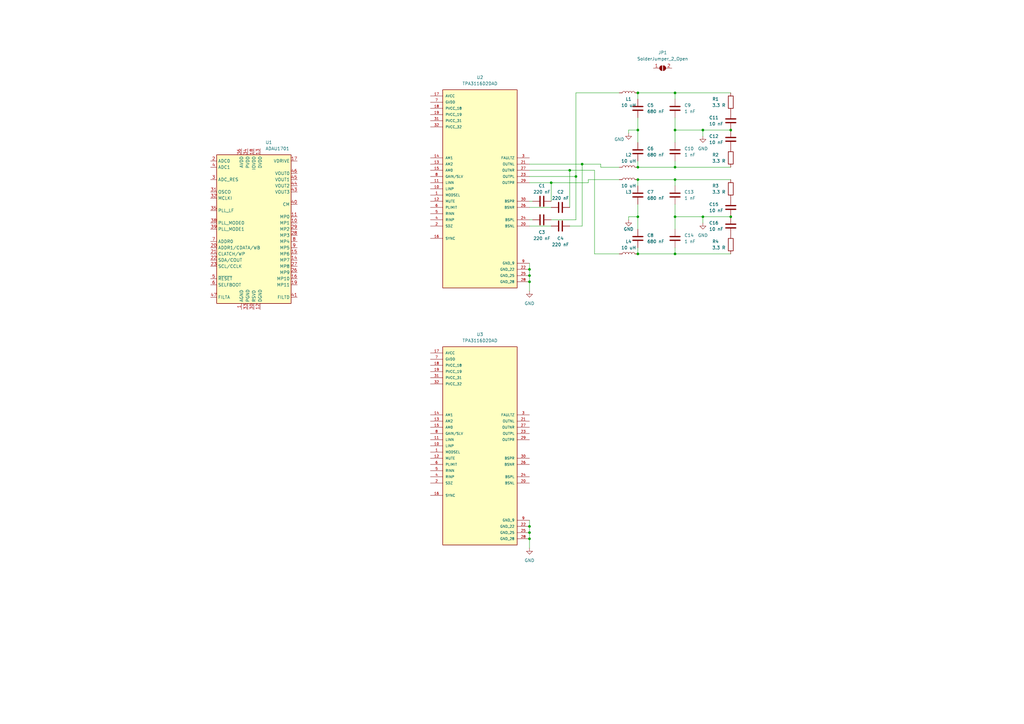
<source format=kicad_sch>
(kicad_sch (version 20230121) (generator eeschema)
  (paper "A3")
  (title_block (date "2024-03-26"))
  (lib_symbols
    (symbol "DSP_AnalogDevices:ADAU1701"
      (property "Reference" "U" (at -12.7 31.75 0))
      (property "Value" "ADAU1701" (at 3.81 31.75 0))
      (symbol "ADAU1701_0_1"
        (rectangle (start -15.24 30.48) (end 15.24 -30.48) (stroke (width 0.254)) (fill (type background)))
      )
      (symbol "ADAU1701_1_1"
        (pin power_in line (at -5.08 -33.02 90) (length 2.54) (name "AGND") (number "1"))
        (pin bidirectional line (at 17.78 2.54 180) (length 2.54) (name "MP1") (number "10"))
        (pin bidirectional line (at 17.78 5.08 180) (length 2.54) (name "MP0") (number "11"))
        (pin power_in line (at 2.54 -33.02 90) (length 2.54) (name "DGND") (number "12"))
        (pin power_in line (at 2.54 33.02 270) (length 2.54) (name "DVDD") (number "13"))
        (pin bidirectional line (at 17.78 -12.7 180) (length 2.54) (name "MP7") (number "14"))
        (pin bidirectional line (at 17.78 -10.16 180) (length 2.54) (name "MP6") (number "15"))
        (pin bidirectional line (at 17.78 -20.32 180) (length 2.54) (name "MP10") (number "16"))
        (pin output line (at 17.78 27.94 180) (length 2.54) (name "VDRIVE") (number "17"))
        (pin power_in line (at 0 33.02 270) (length 2.54) (name "IOVDD") (number "18"))
        (pin bidirectional line (at 17.78 -22.86 180) (length 2.54) (name "MP11") (number "19"))
        (pin input line (at -17.78 27.94 0) (length 2.54) (name "ADC0") (number "2"))
        (pin input line (at -17.78 -7.62 0) (length 2.54) (name "ADDR1/CDATA/WB") (number "20"))
        (pin bidirectional line (at -17.78 -10.16 0) (length 2.54) (name "CLATCH/WP") (number "21"))
        (pin bidirectional line (at -17.78 -12.7 0) (length 2.54) (name "SDA/COUT") (number "22"))
        (pin bidirectional line (at -17.78 -15.24 0) (length 2.54) (name "SCL/CCLK") (number "23"))
        (pin passive line (at 2.54 33.02 270) (length 2.54) hide (name "DVDD") (number "24"))
        (pin passive line (at 2.54 -33.02 90) (length 2.54) hide (name "DGND") (number "25"))
        (pin bidirectional line (at 17.78 -17.78 180) (length 2.54) (name "MP9") (number "26"))
        (pin bidirectional line (at 17.78 -15.24 180) (length 2.54) (name "MP8") (number "27"))
        (pin bidirectional line (at 17.78 -2.54 180) (length 2.54) (name "MP3") (number "28"))
        (pin bidirectional line (at 17.78 0 180) (length 2.54) (name "MP2") (number "29"))
        (pin passive line (at -17.78 20.32 0) (length 2.54) (name "ADC_RES") (number "3"))
        (pin passive line (at 0 -33.02 90) (length 2.54) (name "RSVD") (number "30"))
        (pin passive line (at -17.78 15.24 0) (length 2.54) (name "OSCO") (number "31"))
        (pin passive line (at -17.78 12.7 0) (length 2.54) (name "MCLKI") (number "32"))
        (pin power_in line (at -2.54 -33.02 90) (length 2.54) (name "PGND") (number "33"))
        (pin power_in line (at -2.54 33.02 270) (length 2.54) (name "PVDD") (number "34"))
        (pin passive line (at -17.78 7.62 0) (length 2.54) (name "PLL_LF") (number "35"))
        (pin power_in line (at -5.08 33.02 270) (length 2.54) (name "AVDD") (number "36"))
        (pin passive line (at -5.08 -33.02 90) (length 2.54) hide (name "AGND") (number "37"))
        (pin input line (at -17.78 2.54 0) (length 2.54) (name "PLL_MODE0") (number "38"))
        (pin input line (at -17.78 0 0) (length 2.54) (name "PLL_MODE1") (number "39"))
        (pin input line (at -17.78 25.4 0) (length 2.54) (name "ADC1") (number "4"))
        (pin output line (at 17.78 10.16 180) (length 2.54) (name "CM") (number "40"))
        (pin output line (at 17.78 -27.94 180) (length 2.54) (name "FILTD") (number "41"))
        (pin passive line (at -5.08 -33.02 90) (length 2.54) hide (name "AGND") (number "42"))
        (pin output line (at 17.78 15.24 180) (length 2.54) (name "VOUT3") (number "43"))
        (pin output line (at 17.78 17.78 180) (length 2.54) (name "VOUT2") (number "44"))
        (pin output line (at 17.78 20.32 180) (length 2.54) (name "VOUT1") (number "45"))
        (pin output line (at 17.78 22.86 180) (length 2.54) (name "VOUT0") (number "46"))
        (pin output line (at -17.78 -27.94 0) (length 2.54) (name "FILTA") (number "47"))
        (pin passive line (at -5.08 33.02 270) (length 2.54) hide (name "AVDD") (number "48"))
        (pin input line (at -17.78 -20.32 0) (length 2.54) (name "~{RESET}") (number "5"))
        (pin input line (at -17.78 -22.86 0) (length 2.54) (name "SELFBOOT") (number "6"))
        (pin input line (at -17.78 -5.08 0) (length 2.54) (name "ADDR0") (number "7"))
        (pin bidirectional line (at 17.78 -5.08 180) (length 2.54) (name "MP4") (number "8"))
        (pin bidirectional line (at 17.78 -7.62 180) (length 2.54) (name "MP5") (number "9"))
      )
    )
    (symbol "Device:C" (pin_numbers hide) (pin_names (offset 0.254))
      (property "Reference" "C" (at 0.635 2.54 0))
      (property "Value" "C" (at 0.635 -2.54 0))
      (symbol "C_0_1"
        (polyline (pts (xy -2.032 -0.762) (xy 2.032 -0.762)) (stroke (width 0.508)))
        (polyline (pts (xy -2.032 0.762) (xy 2.032 0.762)) (stroke (width 0.508)))
      )
      (symbol "C_1_1"
        (pin passive line (at 0 3.81 270) (length 2.794) (name "~") (number "1"))
        (pin passive line (at 0 -3.81 90) (length 2.794) (name "~") (number "2"))
      )
    )
    (symbol "Device:L" (pin_numbers hide) (pin_names (offset 1.016) hide)
      (property "Reference" "L" (at -1.27 0 90))
      (property "Value" "L" (at 1.905 0 90))
      (symbol "L_0_1"
        (arc (start 0 -2.54) (mid 0.6323 -1.905) (end 0 -1.27))
        (arc (start 0 -1.27) (mid 0.6323 -0.635) (end 0 0))
        (arc (start 0 0) (mid 0.6323 0.635) (end 0 1.27))
        (arc (start 0 1.27) (mid 0.6323 1.905) (end 0 2.54))
      )
      (symbol "L_1_1"
        (pin passive line (at 0 3.81 270) (length 1.27) (name "1") (number "1"))
        (pin passive line (at 0 -3.81 90) (length 1.27) (name "2") (number "2"))
      )
    )
    (symbol "Device:R" (pin_numbers hide) (pin_names (offset 0))
      (property "Reference" "R" (at 2.032 0 90))
      (property "Value" "R" (at 0 0 90))
      (symbol "R_0_1"
        (rectangle (start -1.016 -2.54) (end 1.016 2.54) (stroke (width 0.254)))
      )
      (symbol "R_1_1"
        (pin passive line (at 0 3.81 270) (length 1.27) (name "~") (number "1"))
        (pin passive line (at 0 -3.81 90) (length 1.27) (name "~") (number "2"))
      )
    )
    (symbol "Jumper:SolderJumper_2_Open" (pin_names (offset 0) hide)
      (property "Reference" "JP" (at 0 2.032 0))
      (property "Value" "SolderJumper_2_Open" (at 0 -2.54 0))
      (symbol "SolderJumper_2_Open_0_1"
        (arc (start -0.254 1.016) (mid -1.2656 0) (end -0.254 -1.016))
        (arc (start -0.254 1.016) (mid -1.2656 0) (end -0.254 -1.016) (fill (type outline)))
        (polyline (pts (xy -0.254 1.016) (xy -0.254 -1.016)))
        (polyline (pts (xy 0.254 1.016) (xy 0.254 -1.016)))
        (arc (start 0.254 -1.016) (mid 1.2656 0) (end 0.254 1.016))
        (arc (start 0.254 -1.016) (mid 1.2656 0) (end 0.254 1.016) (fill (type outline)))
      )
      (symbol "SolderJumper_2_Open_1_1"
        (pin passive line (at -3.81 0 0) (length 2.54) (name "A") (number "1"))
        (pin passive line (at 3.81 0 180) (length 2.54) (name "B") (number "2"))
      )
    )
    (symbol "Manifold:TPA3116D2DAD" (pin_names (offset 1.016))
      (property "Reference" "U" (at -15.24 41.64 0))
      (property "Value" "TPA3116D2DAD" (at -15.24 -44.64 0))
      (symbol "TPA3116D2DAD_0_0"
        (rectangle (start -15.24 -40.64) (end 15.24 40.64) (stroke (width 0.254)) (fill (type background)))
        (pin input line (at -20.32 -2.54 0) (length 5.08) (name "MODSEL") (number "1"))
        (pin input line (at -20.32 0 0) (length 5.08) (name "LINP") (number "10"))
        (pin input line (at -20.32 2.54 0) (length 5.08) (name "LINN") (number "11"))
        (pin input line (at -20.32 -5.08 0) (length 5.08) (name "MUTE") (number "12"))
        (pin input line (at -20.32 10.16 0) (length 5.08) (name "AM2") (number "13"))
        (pin input line (at -20.32 12.7 0) (length 5.08) (name "AM1") (number "14"))
        (pin input line (at -20.32 7.62 0) (length 5.08) (name "AM0") (number "15"))
        (pin bidirectional line (at -20.32 -20.32 0) (length 5.08) (name "SYNC") (number "16"))
        (pin power_in line (at -20.32 38.1 0) (length 5.08) (name "AVCC") (number "17"))
        (pin power_in line (at -20.32 33.02 0) (length 5.08) (name "PVCC_18") (number "18"))
        (pin power_in line (at -20.32 30.48 0) (length 5.08) (name "PVCC_19") (number "19"))
        (pin input line (at -20.32 -15.24 0) (length 5.08) (name "SDZ") (number "2"))
        (pin passive line (at 20.32 -15.24 180) (length 5.08) (name "BSNL") (number "20"))
        (pin output line (at 20.32 10.16 180) (length 5.08) (name "OUTNL") (number "21"))
        (pin power_in line (at 20.32 -33.02 180) (length 5.08) (name "GND_22") (number "22"))
        (pin output line (at 20.32 5.08 180) (length 5.08) (name "OUTPL") (number "23"))
        (pin passive line (at 20.32 -12.7 180) (length 5.08) (name "BSPL") (number "24"))
        (pin power_in line (at 20.32 -35.56 180) (length 5.08) (name "GND_25") (number "25"))
        (pin passive line (at 20.32 -7.62 180) (length 5.08) (name "BSNR") (number "26"))
        (pin output line (at 20.32 7.62 180) (length 5.08) (name "OUTNR") (number "27"))
        (pin power_in line (at 20.32 -38.1 180) (length 5.08) (name "GND_28") (number "28"))
        (pin output line (at 20.32 2.54 180) (length 5.08) (name "OUTPR") (number "29"))
        (pin output line (at 20.32 12.7 180) (length 5.08) (name "FAULTZ") (number "3"))
        (pin passive line (at 20.32 -5.08 180) (length 5.08) (name "BSPR") (number "30"))
        (pin power_in line (at -20.32 27.94 0) (length 5.08) (name "PVCC_31") (number "31"))
        (pin power_in line (at -20.32 25.4 0) (length 5.08) (name "PVCC_32") (number "32"))
        (pin input line (at -20.32 -12.7 0) (length 5.08) (name "RINP") (number "4"))
        (pin input line (at -20.32 -10.16 0) (length 5.08) (name "RINN") (number "5"))
        (pin input line (at -20.32 -7.62 0) (length 5.08) (name "PLIMIT") (number "6"))
        (pin power_in line (at -20.32 35.56 0) (length 5.08) (name "GVDD") (number "7"))
        (pin input line (at -20.32 5.08 0) (length 5.08) (name "GAIN/SLV") (number "8"))
        (pin power_in line (at 20.32 -30.48 180) (length 5.08) (name "GND_9") (number "9"))
      )
    )
    (symbol "power:GND" (power) (pin_names (offset 0))
      (property "Value" "GND" (at 0 -3.81 0))
      (symbol "GND_0_1"
        (polyline (pts (xy 0 0) (xy 0 -1.27) (xy 1.27 -1.27) (xy 0 -2.54) (xy -1.27 -1.27) (xy 0 -1.27)))
      )
      (symbol "GND_1_1"
        (pin power_in line (at 0 0 270) (length 0) hide (name "GND") (number "1"))
      )
    )
  )
  (junction (at 261.62 73.66))
  (junction (at 276.86 53.34))
  (junction (at 276.86 38.1))
  (junction (at 233.68 69.85))
  (junction (at 217.17 220.98))
  (junction (at 299.72 53.34))
  (junction (at 217.17 215.9))
  (junction (at 236.22 72.39))
  (junction (at 288.29 88.9))
  (junction (at 217.17 115.57))
  (junction (at 217.17 110.49))
  (junction (at 276.86 88.9))
  (junction (at 261.62 88.9))
  (junction (at 261.62 68.58))
  (junction (at 261.62 104.14))
  (junction (at 261.62 38.1))
  (junction (at 276.86 104.14))
  (junction (at 226.06 74.93))
  (junction (at 217.17 113.03))
  (junction (at 299.72 88.9))
  (junction (at 288.29 53.34))
  (junction (at 276.86 68.58))
  (junction (at 217.17 218.44))
  (junction (at 238.76 67.31))
  (junction (at 261.62 53.34))
  (junction (at 276.86 73.66))
  (wire (pts (xy 246.38 68.58) (xy 254 68.58)))
  (wire (pts (xy 238.76 67.31) (xy 246.38 67.31)))
  (wire (pts (xy 217.17 220.98) (xy 217.17 224.79)))
  (wire (pts (xy 261.62 88.9) (xy 261.62 93.98)))
  (wire (pts (xy 241.3 73.66) (xy 254 73.66)))
  (wire (pts (xy 233.68 92.71) (xy 238.76 92.71)))
  (wire (pts (xy 217.17 215.9) (xy 217.17 218.44)))
  (wire (pts (xy 288.29 53.34) (xy 299.72 53.34)))
  (wire (pts (xy 217.17 92.71) (xy 226.06 92.71)))
  (wire (pts (xy 261.62 48.26) (xy 261.62 53.34)))
  (wire (pts (xy 261.62 83.82) (xy 261.62 88.9)))
  (wire (pts (xy 288.29 88.9) (xy 299.72 88.9)))
  (wire (pts (xy 226.06 82.55) (xy 226.06 74.93)))
  (wire (pts (xy 288.29 55.88) (xy 288.29 53.34)))
  (wire (pts (xy 261.62 101.6) (xy 261.62 104.14)))
  (wire (pts (xy 236.22 72.39) (xy 236.22 38.1)))
  (wire (pts (xy 299.72 68.58) (xy 276.86 68.58)))
  (wire (pts (xy 236.22 38.1) (xy 254 38.1)))
  (wire (pts (xy 217.17 107.95) (xy 217.17 110.49)))
  (wire (pts (xy 217.17 218.44) (xy 217.17 220.98)))
  (wire (pts (xy 238.76 67.31) (xy 238.76 92.71)))
  (wire (pts (xy 217.17 85.09) (xy 226.06 85.09)))
  (wire (pts (xy 257.81 88.9) (xy 257.81 90.17)))
  (wire (pts (xy 254 104.14) (xy 243.84 104.14)))
  (wire (pts (xy 257.81 53.34) (xy 257.81 54.61)))
  (wire (pts (xy 261.62 68.58) (xy 260.35 68.58)))
  (wire (pts (xy 236.22 90.17) (xy 236.22 72.39)))
  (wire (pts (xy 243.84 104.14) (xy 243.84 69.85)))
  (wire (pts (xy 276.86 104.14) (xy 299.72 104.14)))
  (wire (pts (xy 299.72 38.1) (xy 276.86 38.1)))
  (wire (pts (xy 241.3 74.93) (xy 241.3 73.66)))
  (wire (pts (xy 261.62 76.2) (xy 261.62 73.66)))
  (wire (pts (xy 299.72 73.66) (xy 276.86 73.66)))
  (wire (pts (xy 276.86 68.58) (xy 276.86 66.04)))
  (wire (pts (xy 276.86 104.14) (xy 276.86 101.6)))
  (wire (pts (xy 276.86 38.1) (xy 276.86 40.64)))
  (wire (pts (xy 217.17 113.03) (xy 217.17 115.57)))
  (wire (pts (xy 233.68 85.09) (xy 233.68 69.85)))
  (wire (pts (xy 217.17 110.49) (xy 217.17 113.03)))
  (wire (pts (xy 276.86 88.9) (xy 288.29 88.9)))
  (wire (pts (xy 226.06 74.93) (xy 217.17 74.93)))
  (wire (pts (xy 243.84 69.85) (xy 233.68 69.85)))
  (wire (pts (xy 261.62 66.04) (xy 261.62 68.58)))
  (wire (pts (xy 226.06 90.17) (xy 236.22 90.17)))
  (wire (pts (xy 276.86 73.66) (xy 276.86 76.2)))
  (wire (pts (xy 276.86 88.9) (xy 276.86 93.98)))
  (wire (pts (xy 217.17 213.36) (xy 217.17 215.9)))
  (wire (pts (xy 261.62 73.66) (xy 276.86 73.66)))
  (wire (pts (xy 246.38 67.31) (xy 246.38 68.58)))
  (wire (pts (xy 276.86 53.34) (xy 276.86 58.42)))
  (wire (pts (xy 261.62 68.58) (xy 276.86 68.58)))
  (wire (pts (xy 217.17 115.57) (xy 217.17 119.38)))
  (wire (pts (xy 261.62 53.34) (xy 261.62 58.42)))
  (wire (pts (xy 236.22 72.39) (xy 217.17 72.39)))
  (wire (pts (xy 226.06 74.93) (xy 241.3 74.93)))
  (wire (pts (xy 288.29 91.44) (xy 288.29 88.9)))
  (wire (pts (xy 261.62 88.9) (xy 257.81 88.9)))
  (wire (pts (xy 217.17 67.31) (xy 238.76 67.31)))
  (wire (pts (xy 261.62 38.1) (xy 261.62 40.64)))
  (wire (pts (xy 261.62 104.14) (xy 276.86 104.14)))
  (wire (pts (xy 257.81 53.34) (xy 261.62 53.34)))
  (wire (pts (xy 276.86 53.34) (xy 288.29 53.34)))
  (wire (pts (xy 276.86 83.82) (xy 276.86 88.9)))
  (wire (pts (xy 217.17 90.17) (xy 218.44 90.17)))
  (wire (pts (xy 217.17 82.55) (xy 218.44 82.55)))
  (wire (pts (xy 261.62 38.1) (xy 276.86 38.1)))
  (wire (pts (xy 276.86 48.26) (xy 276.86 53.34)))
  (wire (pts (xy 217.17 69.85) (xy 233.68 69.85)))
  (symbol (lib_id "power:GND") (at 257.81 54.61 0) (unit 1)
    (property "Reference" "#PWR02" (effects hide))
    (property "Value" "GND" (at 254 57.15 0))
  )
  (symbol (lib_id "Device:C") (at 222.25 90.17 90) (unit 1)
    (property "Reference" "C3" (at 222.25 95.25 90))
    (property "Value" "220 nF" (at 222.25 97.79 90))
  )
  (symbol (lib_id "Device:C") (at 261.62 97.79 0) (unit 1)
    (property "Reference" "C8" (at 265.43 96.52 0) (effects (justify left)))
    (property "Value" "680 nF" (at 265.43 99.06 0) (effects (justify left)))
  )
  (symbol (lib_id "Manifold:TPA3116D2DAD") (at 196.85 77.47 0) (unit 1)
    (property "Reference" "U2" (at 196.85 31.75 0))
    (property "Value" "TPA3116D2DAD" (at 196.85 34.29 0))
    (property "Footprint" "TPA3116D2DAD:SOP65P810X115-32N" (effects hide))
    (property "MF" "Texas Instruments" (effects hide))
    (property "Description" "\n50-W stereo, 100-W mono, 4.5- to 26-V supply, analog input Class-D audio amplifier w/ SpeakerGuard™\n" (effects hide))
    (property "Package" "HTSSOP-32 Texas Instruments" (effects hide))
    (property "Price" "None" (effects hide))
    (property "Check_prices" "https://www.snapeda.com/parts/TPA3116D2DAD/Texas+Instruments/view-part/?ref=eda" (effects hide))
    (property "MAXIMUM_PACKAGE_HIEGHT" "1.15mm" (effects hide))
    (property "STANDARD" "IPC7351B" (effects hide))
    (property "PARTREV" "G" (effects hide))
    (property "SnapEDA_Link" "https://www.snapeda.com/parts/TPA3116D2DAD/Texas+Instruments/view-part/?ref=snap" (effects hide))
    (property "MP" "TPA3116D2DAD" (effects hide))
    (property "Availability" "In Stock" (effects hide))
    (property "MANUFACTURER" "Texas Instruments" (effects hide))
  )
  (symbol (lib_id "power:GND") (at 217.17 119.38 0) (unit 1)
    (property "Reference" "#PWR01" (effects hide))
    (property "Value" "GND" (at 217.17 124.46 0))
  )
  (symbol (lib_id "DSP_AnalogDevices:ADAU1701") (at 104.14 93.98 0) (unit 1)
    (property "Reference" "U1" (at 108.8741 58.42 0) (effects (justify left)))
    (property "Value" "ADAU1701" (at 108.8741 60.96 0) (effects (justify left)))
    (property "Footprint" "Package_QFP:LQFP-48_7x7mm_P0.5mm" (effects hide))
    (property "Datasheet" "https://www.analog.com/media/en/technical-documentation/data-sheets/ADAU1701.pdf" (effects hide))
  )
  (symbol (lib_id "power:GND") (at 288.29 55.88 0) (unit 1)
    (property "Reference" "#PWR04" (effects hide))
    (property "Value" "GND" (at 288.29 60.96 0))
  )
  (symbol (lib_id "Device:C") (at 276.86 44.45 0) (unit 1)
    (property "Reference" "C9" (at 280.67 43.18 0) (effects (justify left)))
    (property "Value" "1 nF" (at 280.67 45.72 0) (effects (justify left)))
  )
  (symbol (lib_id "Device:C") (at 299.72 57.15 0) (unit 1)
    (property "Reference" "C12" (at 290.83 55.88 0) (effects (justify left)))
    (property "Value" "10 nF" (at 290.83 58.42 0) (effects (justify left)))
  )
  (symbol (lib_id "Device:L") (at 257.81 38.1 90) (unit 1)
    (property "Reference" "L1" (at 257.81 40.64 90))
    (property "Value" "10 uH" (at 257.81 43.18 90))
  )
  (symbol (lib_id "Device:C") (at 261.62 80.01 0) (unit 1)
    (property "Reference" "C7" (at 265.43 78.74 0) (effects (justify left)))
    (property "Value" "680 nF" (at 265.43 81.28 0) (effects (justify left)))
  )
  (symbol (lib_id "Device:C") (at 299.72 85.09 0) (unit 1)
    (property "Reference" "C15" (at 290.83 83.82 0) (effects (justify left)))
    (property "Value" "10 nF" (at 290.83 86.36 0) (effects (justify left)))
  )
  (symbol (lib_id "Device:L") (at 257.81 73.66 90) (unit 1)
    (property "Reference" "L3" (at 257.81 78.74 90))
    (property "Value" "10 uH" (at 257.81 76.2 90))
  )
  (symbol (lib_id "Device:L") (at 257.81 104.14 90) (unit 1)
    (property "Reference" "L4" (at 257.81 99.06 90))
    (property "Value" "10 uH" (at 257.81 101.6 90))
  )
  (symbol (lib_id "Jumper:SolderJumper_2_Open") (at 271.78 27.94 0) (unit 1)
    (property "Reference" "JP1" (at 271.78 21.59 0))
    (property "Value" "SolderJumper_2_Open" (at 271.78 24.13 0))
  )
  (symbol (lib_id "Device:C") (at 299.72 49.53 0) (unit 1)
    (property "Reference" "C11" (at 290.83 48.26 0) (effects (justify left)))
    (property "Value" "10 nF" (at 290.83 50.8 0) (effects (justify left)))
  )
  (symbol (lib_id "Device:C") (at 229.87 92.71 90) (unit 1)
    (property "Reference" "C4" (at 229.87 97.79 90))
    (property "Value" "220 nF" (at 229.87 100.33 90))
  )
  (symbol (lib_id "power:GND") (at 217.17 224.79 0) (unit 1)
    (property "Reference" "#PWR06" (effects hide))
    (property "Value" "GND" (at 217.17 229.87 0))
  )
  (symbol (lib_id "Device:C") (at 276.86 62.23 0) (unit 1)
    (property "Reference" "C10" (at 280.67 60.96 0) (effects (justify left)))
    (property "Value" "1 nF" (at 280.67 63.5 0) (effects (justify left)))
  )
  (symbol (lib_id "Manifold:TPA3116D2DAD") (at 196.85 182.88 0) (unit 1)
    (property "Reference" "U3" (at 196.85 137.16 0))
    (property "Value" "TPA3116D2DAD" (at 196.85 139.7 0))
    (property "Footprint" "TPA3116D2DAD:SOP65P810X115-32N" (effects hide))
    (property "MF" "Texas Instruments" (effects hide))
    (property "Description" "\n50-W stereo, 100-W mono, 4.5- to 26-V supply, analog input Class-D audio amplifier w/ SpeakerGuard™\n" (effects hide))
    (property "Package" "HTSSOP-32 Texas Instruments" (effects hide))
    (property "Price" "None" (effects hide))
    (property "Check_prices" "https://www.snapeda.com/parts/TPA3116D2DAD/Texas+Instruments/view-part/?ref=eda" (effects hide))
    (property "MAXIMUM_PACKAGE_HIEGHT" "1.15mm" (effects hide))
    (property "STANDARD" "IPC7351B" (effects hide))
    (property "PARTREV" "G" (effects hide))
    (property "SnapEDA_Link" "https://www.snapeda.com/parts/TPA3116D2DAD/Texas+Instruments/view-part/?ref=snap" (effects hide))
    (property "MP" "TPA3116D2DAD" (effects hide))
    (property "Availability" "In Stock" (effects hide))
    (property "MANUFACTURER" "Texas Instruments" (effects hide))
  )
  (symbol (lib_id "Device:R") (at 299.72 41.91 0) (unit 1)
    (property "Reference" "R1" (at 292.1 40.64 0) (effects (justify left)))
    (property "Value" "3.3 R" (at 292.1 43.18 0) (effects (justify left)))
  )
  (symbol (lib_id "Device:C") (at 299.72 92.71 0) (unit 1)
    (property "Reference" "C16" (at 290.83 91.44 0) (effects (justify left)))
    (property "Value" "10 nF" (at 290.83 93.98 0) (effects (justify left)))
  )
  (symbol (lib_id "Device:C") (at 261.62 44.45 0) (unit 1)
    (property "Reference" "C5" (at 265.43 43.18 0) (effects (justify left)))
    (property "Value" "680 nF" (at 265.43 45.72 0) (effects (justify left)))
  )
  (symbol (lib_id "Device:C") (at 229.87 85.09 90) (unit 1)
    (property "Reference" "C2" (at 229.87 78.74 90))
    (property "Value" "220 nF" (at 229.87 81.28 90))
  )
  (symbol (lib_id "Device:R") (at 299.72 100.33 0) (unit 1)
    (property "Reference" "R4" (at 292.1 99.06 0) (effects (justify left)))
    (property "Value" "3.3 R" (at 292.1 101.6 0) (effects (justify left)))
  )
  (symbol (lib_id "Device:C") (at 276.86 97.79 0) (unit 1)
    (property "Reference" "C14" (at 280.67 96.52 0) (effects (justify left)))
    (property "Value" "1 nF" (at 280.67 99.06 0) (effects (justify left)))
  )
  (symbol (lib_id "Device:C") (at 276.86 80.01 0) (unit 1)
    (property "Reference" "C13" (at 280.67 78.74 0) (effects (justify left)))
    (property "Value" "1 nF" (at 280.67 81.28 0) (effects (justify left)))
  )
  (symbol (lib_id "Device:C") (at 222.25 82.55 90) (unit 1)
    (property "Reference" "C1" (at 222.25 76.2 90))
    (property "Value" "220 nF" (at 222.25 78.74 90))
  )
  (symbol (lib_id "Device:L") (at 257.81 68.58 90) (unit 1)
    (property "Reference" "L2" (at 257.81 63.5 90))
    (property "Value" "10 uH" (at 257.81 66.04 90))
  )
  (symbol (lib_id "Device:R") (at 299.72 77.47 0) (unit 1)
    (property "Reference" "R3" (at 292.1 76.2 0) (effects (justify left)))
    (property "Value" "3.3 R" (at 292.1 78.74 0) (effects (justify left)))
  )
  (symbol (lib_id "Device:R") (at 299.72 64.77 0) (unit 1)
    (property "Reference" "R2" (at 292.1 63.5 0) (effects (justify left)))
    (property "Value" "3.3 R" (at 292.1 66.04 0) (effects (justify left)))
  )
  (symbol (lib_id "power:GND") (at 288.29 91.44 0) (unit 1)
    (property "Reference" "#PWR05" (effects hide))
    (property "Value" "GND" (at 288.29 96.52 0))
  )
  (symbol (lib_id "Device:C") (at 261.62 62.23 0) (unit 1)
    (property "Reference" "C6" (at 265.43 60.96 0) (effects (justify left)))
    (property "Value" "680 nF" (at 265.43 63.5 0) (effects (justify left)))
  )
  (symbol (lib_id "power:GND") (at 257.81 90.17 0) (unit 1)
    (property "Reference" "#PWR03" (effects hide))
    (property "Value" "GND" (at 257.81 93.98 0))
  )
)
</source>
